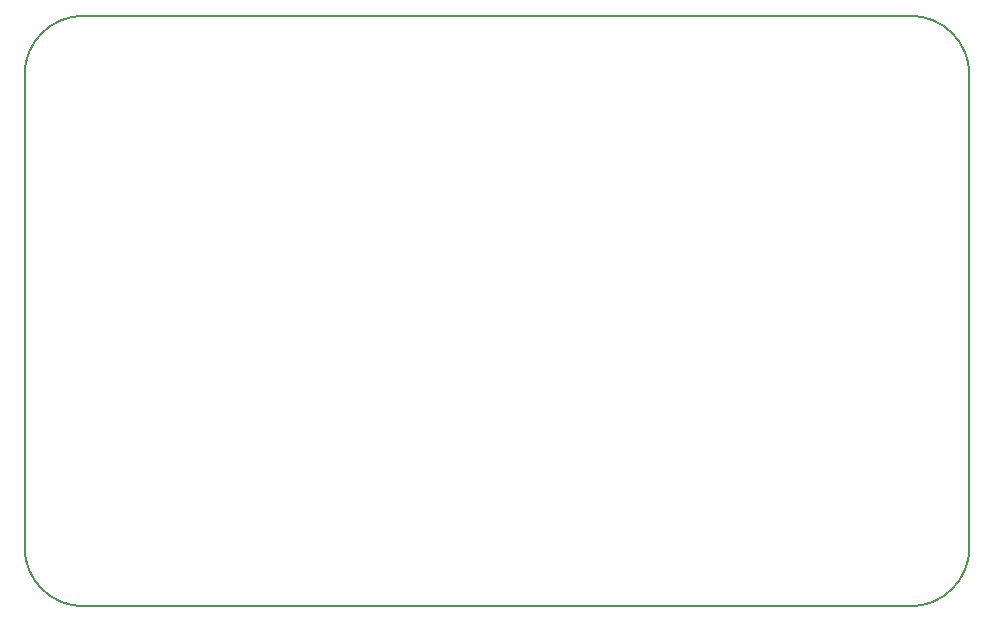
<source format=gbr>
G04 #@! TF.FileFunction,Profile,NP*
%FSLAX46Y46*%
G04 Gerber Fmt 4.6, Leading zero omitted, Abs format (unit mm)*
G04 Created by KiCad (PCBNEW 4.0.6-e0-6349~52~ubuntu17.04.1) date Sun Jul  9 19:13:45 2017*
%MOMM*%
%LPD*%
G01*
G04 APERTURE LIST*
%ADD10C,0.100000*%
%ADD11C,0.150000*%
G04 APERTURE END LIST*
D10*
D11*
X114476000Y-111222000D02*
X114476000Y-71222000D01*
X189476000Y-116222000D02*
X119476000Y-116222000D01*
X194476000Y-71222000D02*
X194476000Y-111222000D01*
X119476000Y-66222000D02*
X189476000Y-66222000D01*
X114476000Y-111222000D02*
G75*
G03X119476000Y-116222000I5000000J0D01*
G01*
X189476000Y-116222000D02*
G75*
G03X194476000Y-111222000I0J5000000D01*
G01*
X194476000Y-71222000D02*
G75*
G03X189476000Y-66222000I-5000000J0D01*
G01*
X119476000Y-66222000D02*
G75*
G03X114476000Y-71222000I0J-5000000D01*
G01*
M02*

</source>
